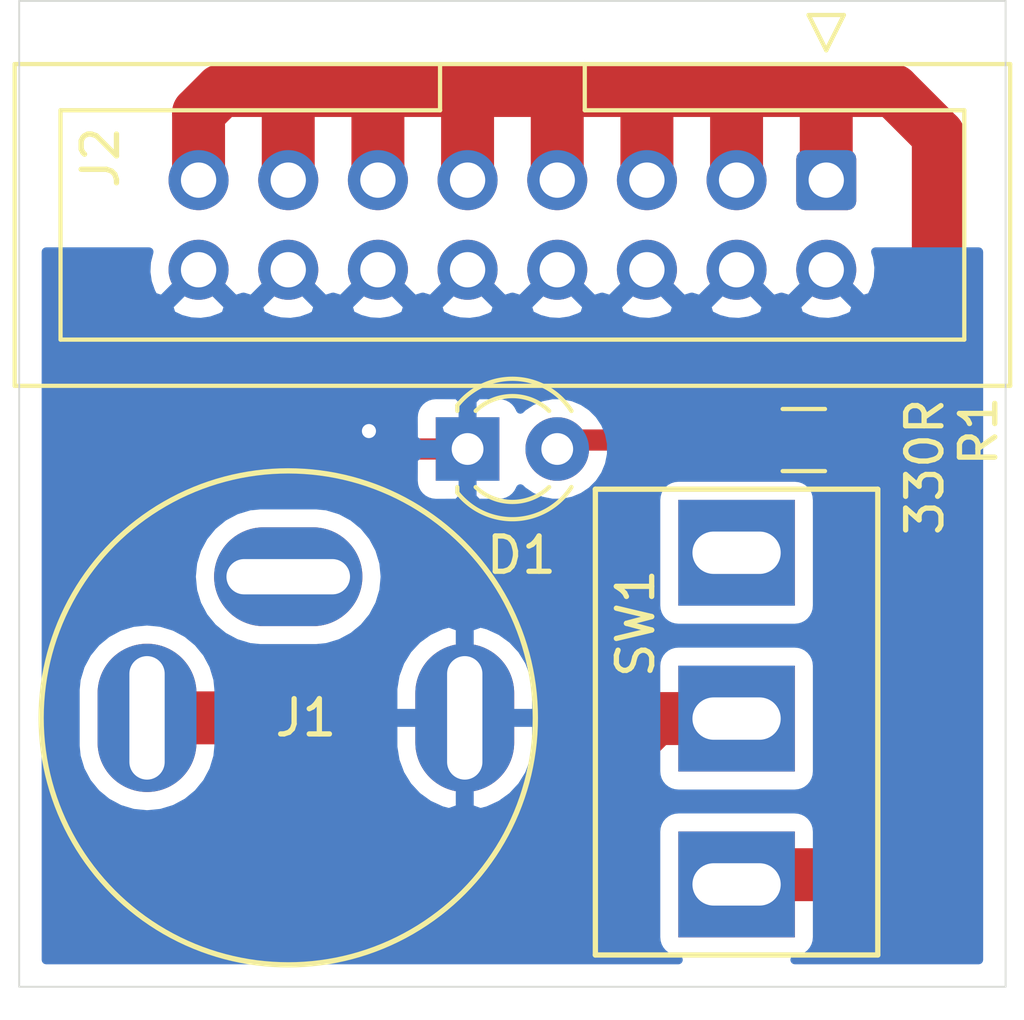
<source format=kicad_pcb>
(kicad_pcb (version 20171130) (host pcbnew "(5.1.9)-1")

  (general
    (thickness 1.6)
    (drawings 4)
    (tracks 36)
    (zones 0)
    (modules 5)
    (nets 7)
  )

  (page A4)
  (layers
    (0 F.Cu signal)
    (31 B.Cu signal)
    (32 B.Adhes user)
    (33 F.Adhes user)
    (34 B.Paste user)
    (35 F.Paste user)
    (36 B.SilkS user)
    (37 F.SilkS user)
    (38 B.Mask user)
    (39 F.Mask user)
    (40 Dwgs.User user)
    (41 Cmts.User user)
    (42 Eco1.User user)
    (43 Eco2.User user)
    (44 Edge.Cuts user)
    (45 Margin user)
    (46 B.CrtYd user)
    (47 F.CrtYd user)
    (48 B.Fab user)
    (49 F.Fab user)
  )

  (setup
    (last_trace_width 1.5)
    (user_trace_width 0.6)
    (user_trace_width 1.5)
    (trace_clearance 0.2)
    (zone_clearance 0.508)
    (zone_45_only no)
    (trace_min 0.2)
    (via_size 0.8)
    (via_drill 0.4)
    (via_min_size 0.4)
    (via_min_drill 0.3)
    (uvia_size 0.3)
    (uvia_drill 0.1)
    (uvias_allowed no)
    (uvia_min_size 0.2)
    (uvia_min_drill 0.1)
    (edge_width 0.05)
    (segment_width 0.2)
    (pcb_text_width 0.3)
    (pcb_text_size 1.5 1.5)
    (mod_edge_width 0.12)
    (mod_text_size 1 1)
    (mod_text_width 0.15)
    (pad_size 1.524 1.524)
    (pad_drill 0.762)
    (pad_to_mask_clearance 0)
    (aux_axis_origin 0 0)
    (visible_elements 7FFFFFFF)
    (pcbplotparams
      (layerselection 0x010f0_ffffffff)
      (usegerberextensions false)
      (usegerberattributes true)
      (usegerberadvancedattributes true)
      (creategerberjobfile true)
      (excludeedgelayer true)
      (linewidth 0.100000)
      (plotframeref false)
      (viasonmask false)
      (mode 1)
      (useauxorigin false)
      (hpglpennumber 1)
      (hpglpenspeed 20)
      (hpglpendiameter 15.000000)
      (psnegative false)
      (psa4output false)
      (plotreference true)
      (plotvalue true)
      (plotinvisibletext false)
      (padsonsilk false)
      (subtractmaskfromsilk false)
      (outputformat 1)
      (mirror false)
      (drillshape 0)
      (scaleselection 1)
      (outputdirectory "Power In"))
  )

  (net 0 "")
  (net 1 "Net-(J1-Pad2)")
  (net 2 "Net-(J1-Pad1)")
  (net 3 "Net-(J2-Pad1)")
  (net 4 "Net-(SW1-Pad3)")
  (net 5 "Net-(D1-Pad1)")
  (net 6 "Net-(D1-Pad2)")

  (net_class Default "This is the default net class."
    (clearance 0.2)
    (trace_width 0.25)
    (via_dia 0.8)
    (via_drill 0.4)
    (uvia_dia 0.3)
    (uvia_drill 0.1)
    (add_net "Net-(D1-Pad1)")
    (add_net "Net-(D1-Pad2)")
    (add_net "Net-(J1-Pad1)")
    (add_net "Net-(J1-Pad2)")
    (add_net "Net-(J2-Pad1)")
    (add_net "Net-(SW1-Pad3)")
  )

  (module Resistors_SMD:R_0805_HandSoldering (layer F.Cu) (tedit 58E0A804) (tstamp 603C3F91)
    (at 149.225 86.106 180)
    (descr "Resistor SMD 0805, hand soldering")
    (tags "resistor 0805")
    (path /603CD1B4)
    (attr smd)
    (fp_text reference R1 (at -4.953 0.254 90) (layer F.SilkS)
      (effects (font (size 1 1) (thickness 0.15)))
    )
    (fp_text value 330R (at -3.429 -0.762 90) (layer F.SilkS)
      (effects (font (size 1 1) (thickness 0.15)))
    )
    (fp_line (start 2.35 0.9) (end -2.35 0.9) (layer F.CrtYd) (width 0.05))
    (fp_line (start 2.35 0.9) (end 2.35 -0.9) (layer F.CrtYd) (width 0.05))
    (fp_line (start -2.35 -0.9) (end -2.35 0.9) (layer F.CrtYd) (width 0.05))
    (fp_line (start -2.35 -0.9) (end 2.35 -0.9) (layer F.CrtYd) (width 0.05))
    (fp_line (start -0.6 -0.88) (end 0.6 -0.88) (layer F.SilkS) (width 0.12))
    (fp_line (start 0.6 0.88) (end -0.6 0.88) (layer F.SilkS) (width 0.12))
    (fp_line (start -1 -0.62) (end 1 -0.62) (layer F.Fab) (width 0.1))
    (fp_line (start 1 -0.62) (end 1 0.62) (layer F.Fab) (width 0.1))
    (fp_line (start 1 0.62) (end -1 0.62) (layer F.Fab) (width 0.1))
    (fp_line (start -1 0.62) (end -1 -0.62) (layer F.Fab) (width 0.1))
    (fp_text user %R (at 0 0) (layer F.Fab)
      (effects (font (size 0.5 0.5) (thickness 0.075)))
    )
    (pad 1 smd rect (at -1.35 0 180) (size 1.5 1.3) (layers F.Cu F.Paste F.Mask)
      (net 3 "Net-(J2-Pad1)"))
    (pad 2 smd rect (at 1.35 0 180) (size 1.5 1.3) (layers F.Cu F.Paste F.Mask)
      (net 6 "Net-(D1-Pad2)"))
    (model ${KISYS3DMOD}/Resistors_SMD.3dshapes/R_0805.wrl
      (at (xyz 0 0 0))
      (scale (xyz 1 1 1))
      (rotate (xyz 0 0 0))
    )
  )

  (module LEDs:LED_D3.0mm (layer F.Cu) (tedit 587A3A7B) (tstamp 603C3F18)
    (at 139.7 86.36)
    (descr "LED, diameter 3.0mm, 2 pins")
    (tags "LED diameter 3.0mm 2 pins")
    (path /603CDB5B)
    (fp_text reference D1 (at 1.524 3.01) (layer F.SilkS)
      (effects (font (size 1 1) (thickness 0.15)))
    )
    (fp_text value LED (at -3.81 -1.27) (layer F.Fab)
      (effects (font (size 1 1) (thickness 0.15)))
    )
    (fp_line (start 3.7 -2.25) (end -1.15 -2.25) (layer F.CrtYd) (width 0.05))
    (fp_line (start 3.7 2.25) (end 3.7 -2.25) (layer F.CrtYd) (width 0.05))
    (fp_line (start -1.15 2.25) (end 3.7 2.25) (layer F.CrtYd) (width 0.05))
    (fp_line (start -1.15 -2.25) (end -1.15 2.25) (layer F.CrtYd) (width 0.05))
    (fp_line (start -0.29 1.08) (end -0.29 1.236) (layer F.SilkS) (width 0.12))
    (fp_line (start -0.29 -1.236) (end -0.29 -1.08) (layer F.SilkS) (width 0.12))
    (fp_line (start -0.23 -1.16619) (end -0.23 1.16619) (layer F.Fab) (width 0.1))
    (fp_circle (center 1.27 0) (end 2.77 0) (layer F.Fab) (width 0.1))
    (fp_arc (start 1.27 0) (end -0.23 -1.16619) (angle 284.3) (layer F.Fab) (width 0.1))
    (fp_arc (start 1.27 0) (end -0.29 -1.235516) (angle 108.8) (layer F.SilkS) (width 0.12))
    (fp_arc (start 1.27 0) (end -0.29 1.235516) (angle -108.8) (layer F.SilkS) (width 0.12))
    (fp_arc (start 1.27 0) (end 0.229039 -1.08) (angle 87.9) (layer F.SilkS) (width 0.12))
    (fp_arc (start 1.27 0) (end 0.229039 1.08) (angle -87.9) (layer F.SilkS) (width 0.12))
    (pad 1 thru_hole rect (at 0 0) (size 1.8 1.8) (drill 0.9) (layers *.Cu *.Mask)
      (net 5 "Net-(D1-Pad1)"))
    (pad 2 thru_hole circle (at 2.54 0) (size 1.8 1.8) (drill 0.9) (layers *.Cu *.Mask)
      (net 6 "Net-(D1-Pad2)"))
    (model ${KISYS3DMOD}/LEDs.3dshapes/LED_D3.0mm.wrl
      (at (xyz 0 0 0))
      (scale (xyz 0.393701 0.393701 0.393701))
      (rotate (xyz 0 0 0))
    )
  )

  (module "Custom_Components:SPDT Through Hole Switch" (layer F.Cu) (tedit 603EC60A) (tstamp 603C40DA)
    (at 147.32 98.7 180)
    (path /603C4E9D)
    (fp_text reference SW1 (at 2.86 7.4 90) (layer F.SilkS)
      (effects (font (size 1 1) (thickness 0.15)))
    )
    (fp_text value SW_SPDT (at 0 -3) (layer F.Fab)
      (effects (font (size 1 1) (thickness 0.15)))
    )
    (fp_line (start 4 -2) (end -4 -2) (layer F.SilkS) (width 0.15))
    (fp_line (start -4 -2) (end -4 11.2) (layer F.SilkS) (width 0.15))
    (fp_line (start -4 11.2) (end 4 11.2) (layer F.SilkS) (width 0.15))
    (fp_line (start 4 11.2) (end 4 -2) (layer F.SilkS) (width 0.15))
    (pad 3 thru_hole rect (at 0 9.4 180) (size 3.3 3) (drill oval 2.5 1.2) (layers *.Cu *.Mask)
      (net 4 "Net-(SW1-Pad3)"))
    (pad 2 thru_hole rect (at 0 4.7 180) (size 3.3 3) (drill oval 2.5 1.2) (layers *.Cu *.Mask)
      (net 2 "Net-(J1-Pad1)"))
    (pad 1 thru_hole rect (at 0 0 180) (size 3.3 3) (drill oval 2.5 1.2) (layers *.Cu *.Mask)
      (net 3 "Net-(J2-Pad1)"))
  )

  (module Connectors_IDC:IDC-Header_2x08_P2.54mm_Vertical (layer F.Cu) (tedit 5EAC9A07) (tstamp 603C39B2)
    (at 149.86 78.74 270)
    (descr "Through hole IDC box header, 2x08, 2.54mm pitch, DIN 41651 / IEC 60603-13, double rows, https://docs.google.com/spreadsheets/d/16SsEcesNF15N3Lb4niX7dcUr-NY5_MFPQhobNuNppn4/edit#gid=0")
    (tags "Through hole vertical IDC box header THT 2x08 2.54mm double row")
    (path /603C5F58)
    (fp_text reference J2 (at -0.64 20.56 90) (layer F.SilkS)
      (effects (font (size 1 1) (thickness 0.15)))
    )
    (fp_text value Conn_02x08_Odd_Even (at 6.985 13.335 180) (layer F.Fab)
      (effects (font (size 1 1) (thickness 0.15)))
    )
    (fp_text user %R (at 1.27 8.89) (layer F.Fab)
      (effects (font (size 1 1) (thickness 0.15)))
    )
    (fp_line (start -3.18 -4.1) (end -2.18 -5.1) (layer F.Fab) (width 0.1))
    (fp_line (start -2.18 -5.1) (end 5.72 -5.1) (layer F.Fab) (width 0.1))
    (fp_line (start 5.72 -5.1) (end 5.72 22.88) (layer F.Fab) (width 0.1))
    (fp_line (start 5.72 22.88) (end -3.18 22.88) (layer F.Fab) (width 0.1))
    (fp_line (start -3.18 22.88) (end -3.18 -4.1) (layer F.Fab) (width 0.1))
    (fp_line (start -3.18 6.84) (end -1.98 6.84) (layer F.Fab) (width 0.1))
    (fp_line (start -1.98 6.84) (end -1.98 -3.91) (layer F.Fab) (width 0.1))
    (fp_line (start -1.98 -3.91) (end 4.52 -3.91) (layer F.Fab) (width 0.1))
    (fp_line (start 4.52 -3.91) (end 4.52 21.69) (layer F.Fab) (width 0.1))
    (fp_line (start 4.52 21.69) (end -1.98 21.69) (layer F.Fab) (width 0.1))
    (fp_line (start -1.98 21.69) (end -1.98 10.94) (layer F.Fab) (width 0.1))
    (fp_line (start -1.98 10.94) (end -1.98 10.94) (layer F.Fab) (width 0.1))
    (fp_line (start -1.98 10.94) (end -3.18 10.94) (layer F.Fab) (width 0.1))
    (fp_line (start -3.29 -5.21) (end 5.83 -5.21) (layer F.SilkS) (width 0.12))
    (fp_line (start 5.83 -5.21) (end 5.83 22.99) (layer F.SilkS) (width 0.12))
    (fp_line (start 5.83 22.99) (end -3.29 22.99) (layer F.SilkS) (width 0.12))
    (fp_line (start -3.29 22.99) (end -3.29 -5.21) (layer F.SilkS) (width 0.12))
    (fp_line (start -3.29 6.84) (end -1.98 6.84) (layer F.SilkS) (width 0.12))
    (fp_line (start -1.98 6.84) (end -1.98 -3.91) (layer F.SilkS) (width 0.12))
    (fp_line (start -1.98 -3.91) (end 4.52 -3.91) (layer F.SilkS) (width 0.12))
    (fp_line (start 4.52 -3.91) (end 4.52 21.69) (layer F.SilkS) (width 0.12))
    (fp_line (start 4.52 21.69) (end -1.98 21.69) (layer F.SilkS) (width 0.12))
    (fp_line (start -1.98 21.69) (end -1.98 10.94) (layer F.SilkS) (width 0.12))
    (fp_line (start -1.98 10.94) (end -1.98 10.94) (layer F.SilkS) (width 0.12))
    (fp_line (start -1.98 10.94) (end -3.29 10.94) (layer F.SilkS) (width 0.12))
    (fp_line (start -3.68 0) (end -4.68 -0.5) (layer F.SilkS) (width 0.12))
    (fp_line (start -4.68 -0.5) (end -4.68 0.5) (layer F.SilkS) (width 0.12))
    (fp_line (start -4.68 0.5) (end -3.68 0) (layer F.SilkS) (width 0.12))
    (fp_line (start -3.68 -5.6) (end -3.68 23.38) (layer F.CrtYd) (width 0.05))
    (fp_line (start -3.68 23.38) (end 6.22 23.38) (layer F.CrtYd) (width 0.05))
    (fp_line (start 6.22 23.38) (end 6.22 -5.6) (layer F.CrtYd) (width 0.05))
    (fp_line (start 6.22 -5.6) (end -3.68 -5.6) (layer F.CrtYd) (width 0.05))
    (pad 16 thru_hole circle (at 2.54 17.78 270) (size 1.7 1.7) (drill 1) (layers *.Cu *.Mask)
      (net 5 "Net-(D1-Pad1)"))
    (pad 14 thru_hole circle (at 2.54 15.24 270) (size 1.7 1.7) (drill 1) (layers *.Cu *.Mask)
      (net 5 "Net-(D1-Pad1)"))
    (pad 12 thru_hole circle (at 2.54 12.7 270) (size 1.7 1.7) (drill 1) (layers *.Cu *.Mask)
      (net 5 "Net-(D1-Pad1)"))
    (pad 10 thru_hole circle (at 2.54 10.16 270) (size 1.7 1.7) (drill 1) (layers *.Cu *.Mask)
      (net 5 "Net-(D1-Pad1)"))
    (pad 8 thru_hole circle (at 2.54 7.62 270) (size 1.7 1.7) (drill 1) (layers *.Cu *.Mask)
      (net 5 "Net-(D1-Pad1)"))
    (pad 6 thru_hole circle (at 2.54 5.08 270) (size 1.7 1.7) (drill 1) (layers *.Cu *.Mask)
      (net 5 "Net-(D1-Pad1)"))
    (pad 4 thru_hole circle (at 2.54 2.54 270) (size 1.7 1.7) (drill 1) (layers *.Cu *.Mask)
      (net 5 "Net-(D1-Pad1)"))
    (pad 2 thru_hole circle (at 2.54 0 270) (size 1.7 1.7) (drill 1) (layers *.Cu *.Mask)
      (net 5 "Net-(D1-Pad1)"))
    (pad 15 thru_hole circle (at 0 17.78 270) (size 1.7 1.7) (drill 1) (layers *.Cu *.Mask)
      (net 3 "Net-(J2-Pad1)"))
    (pad 13 thru_hole circle (at 0 15.24 270) (size 1.7 1.7) (drill 1) (layers *.Cu *.Mask)
      (net 3 "Net-(J2-Pad1)"))
    (pad 11 thru_hole circle (at 0 12.7 270) (size 1.7 1.7) (drill 1) (layers *.Cu *.Mask)
      (net 3 "Net-(J2-Pad1)"))
    (pad 9 thru_hole circle (at 0 10.16 270) (size 1.7 1.7) (drill 1) (layers *.Cu *.Mask)
      (net 3 "Net-(J2-Pad1)"))
    (pad 7 thru_hole circle (at 0 7.62 270) (size 1.7 1.7) (drill 1) (layers *.Cu *.Mask)
      (net 3 "Net-(J2-Pad1)"))
    (pad 5 thru_hole circle (at 0 5.08 270) (size 1.7 1.7) (drill 1) (layers *.Cu *.Mask)
      (net 3 "Net-(J2-Pad1)"))
    (pad 3 thru_hole circle (at 0 2.54 270) (size 1.7 1.7) (drill 1) (layers *.Cu *.Mask)
      (net 3 "Net-(J2-Pad1)"))
    (pad 1 thru_hole roundrect (at 0 0 270) (size 1.7 1.7) (drill 1) (layers *.Cu *.Mask) (roundrect_rratio 0.1470588235294118)
      (net 3 "Net-(J2-Pad1)"))
    (model ${KICAD6_3DMODEL_DIR}/Connector_IDC.3dshapes/IDC-Header_2x08_P2.54mm_Vertical.wrl
      (at (xyz 0 0 0))
      (scale (xyz 1 1 1))
      (rotate (xyz 0 0 0))
    )
  )

  (module Custom_Components:PCB_Barrel_Jack (layer F.Cu) (tedit 603C3642) (tstamp 603EDDB6)
    (at 134.62 93.98)
    (path /603C36E1)
    (fp_text reference J1 (at 0.5 0) (layer F.SilkS)
      (effects (font (size 1 1) (thickness 0.15)))
    )
    (fp_text value Conn_01x03 (at 0 3) (layer F.Fab)
      (effects (font (size 1 1) (thickness 0.15)))
    )
    (fp_circle (center 0 0) (end 7 0) (layer F.SilkS) (width 0.15))
    (pad 3 thru_hole oval (at 5 0) (size 2.8 4.2) (drill oval 1 3.5) (layers *.Cu *.Mask)
      (net 5 "Net-(D1-Pad1)"))
    (pad 2 thru_hole oval (at 0 -4) (size 4.2 2.8) (drill oval 3.5 1) (layers *.Cu *.Mask)
      (net 1 "Net-(J1-Pad2)"))
    (pad 1 thru_hole oval (at -4 0) (size 2.8 4.2) (drill oval 1 3.5) (layers *.Cu *.Mask)
      (net 2 "Net-(J1-Pad1)"))
  )

  (gr_line (start 154.94 101.6) (end 127 101.6) (layer Edge.Cuts) (width 0.05) (tstamp 603C392F))
  (gr_line (start 154.94 73.66) (end 154.94 101.6) (layer Edge.Cuts) (width 0.05))
  (gr_line (start 127 73.66) (end 154.94 73.66) (layer Edge.Cuts) (width 0.05))
  (gr_line (start 127 101.6) (end 127 73.66) (layer Edge.Cuts) (width 0.05))

  (segment (start 145.014 94) (end 147.32 94) (width 1.5) (layer F.Cu) (net 2))
  (segment (start 140.589 98.425) (end 145.014 94) (width 1.5) (layer F.Cu) (net 2))
  (segment (start 138.43 98.425) (end 140.589 98.425) (width 1.5) (layer F.Cu) (net 2))
  (segment (start 133.985 93.98) (end 138.43 98.425) (width 1.5) (layer F.Cu) (net 2))
  (segment (start 130.62 93.98) (end 133.985 93.98) (width 1.5) (layer F.Cu) (net 2))
  (segment (start 132.715 76.2) (end 132.08 76.835) (width 1.5) (layer F.Cu) (net 3))
  (segment (start 153.035 77.47) (end 151.765 76.2) (width 1.5) (layer F.Cu) (net 3))
  (segment (start 132.08 76.835) (end 132.08 78.74) (width 1.5) (layer F.Cu) (net 3))
  (segment (start 134.62 78.74) (end 134.62 76.2) (width 1.5) (layer F.Cu) (net 3))
  (segment (start 134.62 76.2) (end 132.715 76.2) (width 1.5) (layer F.Cu) (net 3))
  (segment (start 137.16 78.74) (end 137.16 76.2) (width 1.5) (layer F.Cu) (net 3))
  (segment (start 137.16 76.2) (end 134.62 76.2) (width 1.5) (layer F.Cu) (net 3))
  (segment (start 139.7 78.74) (end 139.7 76.2) (width 1.5) (layer F.Cu) (net 3))
  (segment (start 139.7 76.2) (end 137.16 76.2) (width 1.5) (layer F.Cu) (net 3))
  (segment (start 142.24 78.74) (end 142.24 76.2) (width 1.5) (layer F.Cu) (net 3))
  (segment (start 142.24 76.2) (end 139.7 76.2) (width 1.5) (layer F.Cu) (net 3))
  (segment (start 144.78 78.74) (end 144.78 76.2) (width 1.5) (layer F.Cu) (net 3))
  (segment (start 144.78 76.2) (end 142.24 76.2) (width 1.5) (layer F.Cu) (net 3))
  (segment (start 147.32 78.74) (end 147.32 76.2) (width 1.5) (layer F.Cu) (net 3))
  (segment (start 147.32 76.2) (end 144.78 76.2) (width 1.5) (layer F.Cu) (net 3))
  (segment (start 149.86 78.74) (end 149.86 76.2) (width 1.5) (layer F.Cu) (net 3))
  (segment (start 149.86 76.2) (end 147.32 76.2) (width 1.5) (layer F.Cu) (net 3))
  (segment (start 151.765 76.2) (end 149.86 76.2) (width 1.5) (layer F.Cu) (net 3))
  (segment (start 153.035 85.09) (end 153.035 77.47) (width 1.5) (layer F.Cu) (net 3))
  (segment (start 152.908 86.106) (end 153.035 86.233) (width 0.6) (layer F.Cu) (net 3))
  (segment (start 153.035 86.233) (end 153.035 85.09) (width 1.5) (layer F.Cu) (net 3))
  (segment (start 150.575 86.106) (end 152.908 86.106) (width 0.6) (layer F.Cu) (net 3))
  (segment (start 147.595 98.425) (end 147.32 98.7) (width 1.5) (layer F.Cu) (net 3))
  (segment (start 151.511 98.425) (end 147.595 98.425) (width 1.5) (layer F.Cu) (net 3))
  (segment (start 153.035 96.901) (end 151.511 98.425) (width 1.5) (layer F.Cu) (net 3))
  (segment (start 153.035 86.233) (end 153.035 96.901) (width 1.5) (layer F.Cu) (net 3))
  (via (at 136.906 85.852) (size 0.8) (drill 0.4) (layers F.Cu B.Cu) (net 5))
  (segment (start 137.414 86.36) (end 136.906 85.852) (width 0.6) (layer F.Cu) (net 5))
  (segment (start 139.7 86.36) (end 137.414 86.36) (width 0.6) (layer F.Cu) (net 5))
  (segment (start 142.494 86.106) (end 142.24 86.36) (width 0.6) (layer F.Cu) (net 6))
  (segment (start 147.875 86.106) (end 142.494 86.106) (width 0.6) (layer F.Cu) (net 6))

  (zone (net 5) (net_name "Net-(D1-Pad1)") (layer B.Cu) (tstamp 603EDF75) (hatch edge 0.508)
    (connect_pads (clearance 0.508))
    (min_thickness 0.254)
    (fill yes (arc_segments 32) (thermal_gap 0.508) (thermal_bridge_width 0.508))
    (polygon
      (pts
        (xy 154.305 100.965) (xy 127.635 100.965) (xy 127.635 80.645) (xy 154.305 80.645)
      )
    )
    (filled_polygon
      (pts
        (xy 130.676629 80.772883) (xy 130.604661 81.056411) (xy 130.589389 81.348531) (xy 130.631401 81.638019) (xy 130.729081 81.913747)
        (xy 130.802528 82.051157) (xy 131.051603 82.128792) (xy 131.900395 81.28) (xy 131.886253 81.265858) (xy 132.065858 81.086253)
        (xy 132.08 81.100395) (xy 132.094143 81.086253) (xy 132.273748 81.265858) (xy 132.259605 81.28) (xy 133.108397 82.128792)
        (xy 133.35 82.053486) (xy 133.591603 82.128792) (xy 134.440395 81.28) (xy 134.426253 81.265858) (xy 134.605858 81.086253)
        (xy 134.62 81.100395) (xy 134.634143 81.086253) (xy 134.813748 81.265858) (xy 134.799605 81.28) (xy 135.648397 82.128792)
        (xy 135.89 82.053486) (xy 136.131603 82.128792) (xy 136.980395 81.28) (xy 136.966253 81.265858) (xy 137.145858 81.086253)
        (xy 137.16 81.100395) (xy 137.174143 81.086253) (xy 137.353748 81.265858) (xy 137.339605 81.28) (xy 138.188397 82.128792)
        (xy 138.43 82.053486) (xy 138.671603 82.128792) (xy 139.520395 81.28) (xy 139.506253 81.265858) (xy 139.685858 81.086253)
        (xy 139.7 81.100395) (xy 139.714143 81.086253) (xy 139.893748 81.265858) (xy 139.879605 81.28) (xy 140.728397 82.128792)
        (xy 140.97 82.053486) (xy 141.211603 82.128792) (xy 142.060395 81.28) (xy 142.046253 81.265858) (xy 142.225858 81.086253)
        (xy 142.24 81.100395) (xy 142.254143 81.086253) (xy 142.433748 81.265858) (xy 142.419605 81.28) (xy 143.268397 82.128792)
        (xy 143.51 82.053486) (xy 143.751603 82.128792) (xy 144.600395 81.28) (xy 144.586253 81.265858) (xy 144.765858 81.086253)
        (xy 144.78 81.100395) (xy 144.794143 81.086253) (xy 144.973748 81.265858) (xy 144.959605 81.28) (xy 145.808397 82.128792)
        (xy 146.05 82.053486) (xy 146.291603 82.128792) (xy 147.140395 81.28) (xy 147.126253 81.265858) (xy 147.305858 81.086253)
        (xy 147.32 81.100395) (xy 147.334143 81.086253) (xy 147.513748 81.265858) (xy 147.499605 81.28) (xy 148.348397 82.128792)
        (xy 148.59 82.053486) (xy 148.831603 82.128792) (xy 149.680395 81.28) (xy 149.666253 81.265858) (xy 149.845858 81.086253)
        (xy 149.86 81.100395) (xy 149.874143 81.086253) (xy 150.053748 81.265858) (xy 150.039605 81.28) (xy 150.888397 82.128792)
        (xy 151.137472 82.051157) (xy 151.263371 81.787117) (xy 151.335339 81.503589) (xy 151.350611 81.211469) (xy 151.308599 80.921981)
        (xy 151.255466 80.772) (xy 154.178 80.772) (xy 154.178 100.838) (xy 148.970731 100.838) (xy 149.094482 100.825812)
        (xy 149.21418 100.789502) (xy 149.324494 100.730537) (xy 149.421185 100.651185) (xy 149.500537 100.554494) (xy 149.559502 100.44418)
        (xy 149.595812 100.324482) (xy 149.608072 100.2) (xy 149.608072 97.2) (xy 149.595812 97.075518) (xy 149.559502 96.95582)
        (xy 149.500537 96.845506) (xy 149.421185 96.748815) (xy 149.324494 96.669463) (xy 149.21418 96.610498) (xy 149.094482 96.574188)
        (xy 148.97 96.561928) (xy 145.67 96.561928) (xy 145.545518 96.574188) (xy 145.42582 96.610498) (xy 145.315506 96.669463)
        (xy 145.218815 96.748815) (xy 145.139463 96.845506) (xy 145.080498 96.95582) (xy 145.044188 97.075518) (xy 145.031928 97.2)
        (xy 145.031928 100.2) (xy 145.044188 100.324482) (xy 145.080498 100.44418) (xy 145.139463 100.554494) (xy 145.218815 100.651185)
        (xy 145.315506 100.730537) (xy 145.42582 100.789502) (xy 145.545518 100.825812) (xy 145.669269 100.838) (xy 127.762 100.838)
        (xy 127.762 93.180032) (xy 128.585 93.180032) (xy 128.585 94.779969) (xy 128.614445 95.07893) (xy 128.73081 95.462529)
        (xy 128.919774 95.816056) (xy 129.174077 96.125924) (xy 129.483945 96.380227) (xy 129.837472 96.569191) (xy 130.221071 96.685555)
        (xy 130.62 96.724846) (xy 131.01893 96.685555) (xy 131.402529 96.569191) (xy 131.756056 96.380227) (xy 132.065924 96.125924)
        (xy 132.320227 95.816056) (xy 132.509191 95.462529) (xy 132.625555 95.078929) (xy 132.655 94.779968) (xy 132.655 94.107)
        (xy 137.585 94.107) (xy 137.585 94.807) (xy 137.648878 95.201569) (xy 137.788506 95.576094) (xy 137.998517 95.916183)
        (xy 138.270841 96.208766) (xy 138.595012 96.442599) (xy 138.958573 96.608696) (xy 139.17684 96.66616) (xy 139.493 96.551947)
        (xy 139.493 94.107) (xy 139.747 94.107) (xy 139.747 96.551947) (xy 140.06316 96.66616) (xy 140.281427 96.608696)
        (xy 140.644988 96.442599) (xy 140.969159 96.208766) (xy 141.241483 95.916183) (xy 141.451494 95.576094) (xy 141.591122 95.201569)
        (xy 141.655 94.807) (xy 141.655 94.107) (xy 139.747 94.107) (xy 139.493 94.107) (xy 137.585 94.107)
        (xy 132.655 94.107) (xy 132.655 93.180031) (xy 132.652338 93.153) (xy 137.585 93.153) (xy 137.585 93.853)
        (xy 139.493 93.853) (xy 139.493 91.408053) (xy 139.747 91.408053) (xy 139.747 93.853) (xy 141.655 93.853)
        (xy 141.655 93.153) (xy 141.591122 92.758431) (xy 141.494776 92.5) (xy 145.031928 92.5) (xy 145.031928 95.5)
        (xy 145.044188 95.624482) (xy 145.080498 95.74418) (xy 145.139463 95.854494) (xy 145.218815 95.951185) (xy 145.315506 96.030537)
        (xy 145.42582 96.089502) (xy 145.545518 96.125812) (xy 145.67 96.138072) (xy 148.97 96.138072) (xy 149.094482 96.125812)
        (xy 149.21418 96.089502) (xy 149.324494 96.030537) (xy 149.421185 95.951185) (xy 149.500537 95.854494) (xy 149.559502 95.74418)
        (xy 149.595812 95.624482) (xy 149.608072 95.5) (xy 149.608072 92.5) (xy 149.595812 92.375518) (xy 149.559502 92.25582)
        (xy 149.500537 92.145506) (xy 149.421185 92.048815) (xy 149.324494 91.969463) (xy 149.21418 91.910498) (xy 149.094482 91.874188)
        (xy 148.97 91.861928) (xy 145.67 91.861928) (xy 145.545518 91.874188) (xy 145.42582 91.910498) (xy 145.315506 91.969463)
        (xy 145.218815 92.048815) (xy 145.139463 92.145506) (xy 145.080498 92.25582) (xy 145.044188 92.375518) (xy 145.031928 92.5)
        (xy 141.494776 92.5) (xy 141.451494 92.383906) (xy 141.241483 92.043817) (xy 140.969159 91.751234) (xy 140.644988 91.517401)
        (xy 140.281427 91.351304) (xy 140.06316 91.29384) (xy 139.747 91.408053) (xy 139.493 91.408053) (xy 139.17684 91.29384)
        (xy 138.958573 91.351304) (xy 138.595012 91.517401) (xy 138.270841 91.751234) (xy 137.998517 92.043817) (xy 137.788506 92.383906)
        (xy 137.648878 92.758431) (xy 137.585 93.153) (xy 132.652338 93.153) (xy 132.625555 92.88107) (xy 132.509191 92.497471)
        (xy 132.320227 92.143944) (xy 132.065924 91.834076) (xy 131.756056 91.579773) (xy 131.402528 91.390809) (xy 131.018929 91.274445)
        (xy 130.62 91.235154) (xy 130.22107 91.274445) (xy 129.837471 91.390809) (xy 129.483944 91.579773) (xy 129.174076 91.834076)
        (xy 128.919773 92.143944) (xy 128.730809 92.497472) (xy 128.614445 92.881071) (xy 128.585 93.180032) (xy 127.762 93.180032)
        (xy 127.762 89.98) (xy 131.875154 89.98) (xy 131.914445 90.37893) (xy 132.030809 90.762529) (xy 132.219773 91.116056)
        (xy 132.474076 91.425924) (xy 132.783944 91.680227) (xy 133.137471 91.869191) (xy 133.52107 91.985555) (xy 133.820031 92.015)
        (xy 135.419969 92.015) (xy 135.71893 91.985555) (xy 136.102529 91.869191) (xy 136.456056 91.680227) (xy 136.765924 91.425924)
        (xy 137.020227 91.116056) (xy 137.209191 90.762529) (xy 137.325555 90.37893) (xy 137.364846 89.98) (xy 137.325555 89.58107)
        (xy 137.209191 89.197471) (xy 137.020227 88.843944) (xy 136.765924 88.534076) (xy 136.456056 88.279773) (xy 136.102529 88.090809)
        (xy 135.71893 87.974445) (xy 135.419969 87.945) (xy 133.820031 87.945) (xy 133.52107 87.974445) (xy 133.137471 88.090809)
        (xy 132.783944 88.279773) (xy 132.474076 88.534076) (xy 132.219773 88.843944) (xy 132.030809 89.197471) (xy 131.914445 89.58107)
        (xy 131.875154 89.98) (xy 127.762 89.98) (xy 127.762 87.26) (xy 138.161928 87.26) (xy 138.174188 87.384482)
        (xy 138.210498 87.50418) (xy 138.269463 87.614494) (xy 138.348815 87.711185) (xy 138.445506 87.790537) (xy 138.55582 87.849502)
        (xy 138.675518 87.885812) (xy 138.8 87.898072) (xy 139.41425 87.895) (xy 139.573 87.73625) (xy 139.573 86.487)
        (xy 138.32375 86.487) (xy 138.165 86.64575) (xy 138.161928 87.26) (xy 127.762 87.26) (xy 127.762 85.46)
        (xy 138.161928 85.46) (xy 138.165 86.07425) (xy 138.32375 86.233) (xy 139.573 86.233) (xy 139.573 84.98375)
        (xy 139.827 84.98375) (xy 139.827 86.233) (xy 139.847 86.233) (xy 139.847 86.487) (xy 139.827 86.487)
        (xy 139.827 87.73625) (xy 139.98575 87.895) (xy 140.6 87.898072) (xy 140.724482 87.885812) (xy 140.84418 87.849502)
        (xy 140.954494 87.790537) (xy 141.051185 87.711185) (xy 141.130537 87.614494) (xy 141.189502 87.50418) (xy 141.195056 87.485873)
        (xy 141.261495 87.552312) (xy 141.512905 87.720299) (xy 141.792257 87.836011) (xy 142.088816 87.895) (xy 142.391184 87.895)
        (xy 142.687743 87.836011) (xy 142.77468 87.8) (xy 145.031928 87.8) (xy 145.031928 90.8) (xy 145.044188 90.924482)
        (xy 145.080498 91.04418) (xy 145.139463 91.154494) (xy 145.218815 91.251185) (xy 145.315506 91.330537) (xy 145.42582 91.389502)
        (xy 145.545518 91.425812) (xy 145.67 91.438072) (xy 148.97 91.438072) (xy 149.094482 91.425812) (xy 149.21418 91.389502)
        (xy 149.324494 91.330537) (xy 149.421185 91.251185) (xy 149.500537 91.154494) (xy 149.559502 91.04418) (xy 149.595812 90.924482)
        (xy 149.608072 90.8) (xy 149.608072 87.8) (xy 149.595812 87.675518) (xy 149.559502 87.55582) (xy 149.500537 87.445506)
        (xy 149.421185 87.348815) (xy 149.324494 87.269463) (xy 149.21418 87.210498) (xy 149.094482 87.174188) (xy 148.97 87.161928)
        (xy 145.67 87.161928) (xy 145.545518 87.174188) (xy 145.42582 87.210498) (xy 145.315506 87.269463) (xy 145.218815 87.348815)
        (xy 145.139463 87.445506) (xy 145.080498 87.55582) (xy 145.044188 87.675518) (xy 145.031928 87.8) (xy 142.77468 87.8)
        (xy 142.967095 87.720299) (xy 143.218505 87.552312) (xy 143.432312 87.338505) (xy 143.600299 87.087095) (xy 143.716011 86.807743)
        (xy 143.775 86.511184) (xy 143.775 86.208816) (xy 143.716011 85.912257) (xy 143.600299 85.632905) (xy 143.432312 85.381495)
        (xy 143.218505 85.167688) (xy 142.967095 84.999701) (xy 142.687743 84.883989) (xy 142.391184 84.825) (xy 142.088816 84.825)
        (xy 141.792257 84.883989) (xy 141.512905 84.999701) (xy 141.261495 85.167688) (xy 141.195056 85.234127) (xy 141.189502 85.21582)
        (xy 141.130537 85.105506) (xy 141.051185 85.008815) (xy 140.954494 84.929463) (xy 140.84418 84.870498) (xy 140.724482 84.834188)
        (xy 140.6 84.821928) (xy 139.98575 84.825) (xy 139.827 84.98375) (xy 139.573 84.98375) (xy 139.41425 84.825)
        (xy 138.8 84.821928) (xy 138.675518 84.834188) (xy 138.55582 84.870498) (xy 138.445506 84.929463) (xy 138.348815 85.008815)
        (xy 138.269463 85.105506) (xy 138.210498 85.21582) (xy 138.174188 85.335518) (xy 138.161928 85.46) (xy 127.762 85.46)
        (xy 127.762 82.308397) (xy 131.231208 82.308397) (xy 131.308843 82.557472) (xy 131.572883 82.683371) (xy 131.856411 82.755339)
        (xy 132.148531 82.770611) (xy 132.438019 82.728599) (xy 132.713747 82.630919) (xy 132.851157 82.557472) (xy 132.928792 82.308397)
        (xy 133.771208 82.308397) (xy 133.848843 82.557472) (xy 134.112883 82.683371) (xy 134.396411 82.755339) (xy 134.688531 82.770611)
        (xy 134.978019 82.728599) (xy 135.253747 82.630919) (xy 135.391157 82.557472) (xy 135.468792 82.308397) (xy 136.311208 82.308397)
        (xy 136.388843 82.557472) (xy 136.652883 82.683371) (xy 136.936411 82.755339) (xy 137.228531 82.770611) (xy 137.518019 82.728599)
        (xy 137.793747 82.630919) (xy 137.931157 82.557472) (xy 138.008792 82.308397) (xy 138.851208 82.308397) (xy 138.928843 82.557472)
        (xy 139.192883 82.683371) (xy 139.476411 82.755339) (xy 139.768531 82.770611) (xy 140.058019 82.728599) (xy 140.333747 82.630919)
        (xy 140.471157 82.557472) (xy 140.548792 82.308397) (xy 141.391208 82.308397) (xy 141.468843 82.557472) (xy 141.732883 82.683371)
        (xy 142.016411 82.755339) (xy 142.308531 82.770611) (xy 142.598019 82.728599) (xy 142.873747 82.630919) (xy 143.011157 82.557472)
        (xy 143.088792 82.308397) (xy 143.931208 82.308397) (xy 144.008843 82.557472) (xy 144.272883 82.683371) (xy 144.556411 82.755339)
        (xy 144.848531 82.770611) (xy 145.138019 82.728599) (xy 145.413747 82.630919) (xy 145.551157 82.557472) (xy 145.628792 82.308397)
        (xy 146.471208 82.308397) (xy 146.548843 82.557472) (xy 146.812883 82.683371) (xy 147.096411 82.755339) (xy 147.388531 82.770611)
        (xy 147.678019 82.728599) (xy 147.953747 82.630919) (xy 148.091157 82.557472) (xy 148.168792 82.308397) (xy 149.011208 82.308397)
        (xy 149.088843 82.557472) (xy 149.352883 82.683371) (xy 149.636411 82.755339) (xy 149.928531 82.770611) (xy 150.218019 82.728599)
        (xy 150.493747 82.630919) (xy 150.631157 82.557472) (xy 150.708792 82.308397) (xy 149.86 81.459605) (xy 149.011208 82.308397)
        (xy 148.168792 82.308397) (xy 147.32 81.459605) (xy 146.471208 82.308397) (xy 145.628792 82.308397) (xy 144.78 81.459605)
        (xy 143.931208 82.308397) (xy 143.088792 82.308397) (xy 142.24 81.459605) (xy 141.391208 82.308397) (xy 140.548792 82.308397)
        (xy 139.7 81.459605) (xy 138.851208 82.308397) (xy 138.008792 82.308397) (xy 137.16 81.459605) (xy 136.311208 82.308397)
        (xy 135.468792 82.308397) (xy 134.62 81.459605) (xy 133.771208 82.308397) (xy 132.928792 82.308397) (xy 132.08 81.459605)
        (xy 131.231208 82.308397) (xy 127.762 82.308397) (xy 127.762 80.772) (xy 130.67705 80.772)
      )
    )
  )
)

</source>
